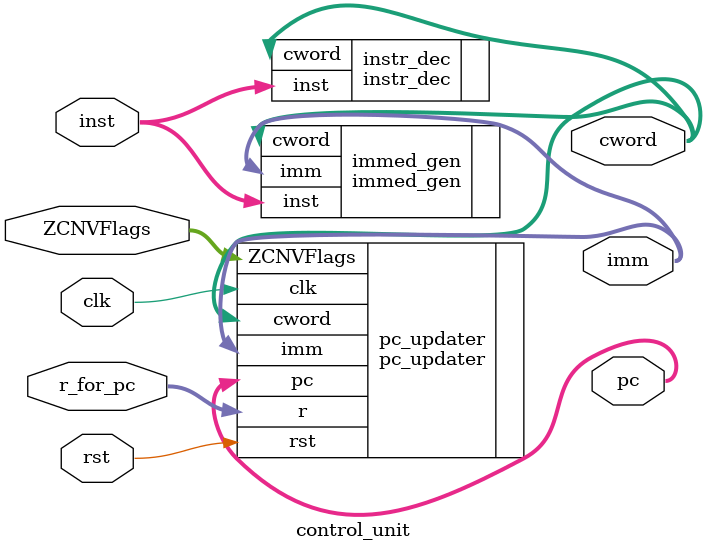
<source format=v>


module control_unit (clk, rst, r_for_pc, cword, inst, imm, pc, ZCNVFlags);

input wire clk, rst;

input wire [31:0] r_for_pc;
output wire [22:0] cword;
input wire [31:0] inst;
output wire [31:0] imm;
output wire [31:0] pc;
input wire [3:0] ZCNVFlags;

immed_gen immed_gen (.cword(cword), .inst(inst), .imm(imm));
instr_dec instr_dec  ( .inst(inst), .cword(cword));
pc_updater pc_updater  (.clk(clk), .rst(rst), .cword(cword), .imm(imm), .r(r_for_pc), .pc(pc), .ZCNVFlags(ZCNVFlags));
endmodule

</source>
